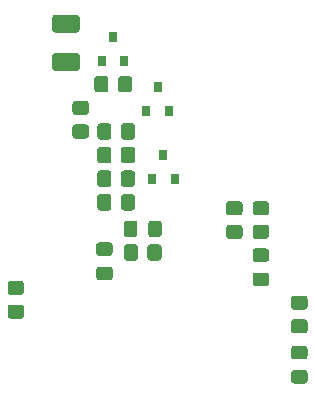
<source format=gtp>
G04 #@! TF.GenerationSoftware,KiCad,Pcbnew,(5.1.6)-1*
G04 #@! TF.CreationDate,2021-05-04T19:37:33+03:00*
G04 #@! TF.ProjectId,APC,4150432e-6b69-4636-9164-5f7063625858,rev?*
G04 #@! TF.SameCoordinates,Original*
G04 #@! TF.FileFunction,Paste,Top*
G04 #@! TF.FilePolarity,Positive*
%FSLAX46Y46*%
G04 Gerber Fmt 4.6, Leading zero omitted, Abs format (unit mm)*
G04 Created by KiCad (PCBNEW (5.1.6)-1) date 2021-05-04 19:37:33*
%MOMM*%
%LPD*%
G01*
G04 APERTURE LIST*
%ADD10R,0.800000X0.900000*%
G04 APERTURE END LIST*
G36*
G01*
X136700001Y-95550000D02*
X135799999Y-95550000D01*
G75*
G02*
X135550000Y-95300001I0J249999D01*
G01*
X135550000Y-94649999D01*
G75*
G02*
X135799999Y-94400000I249999J0D01*
G01*
X136700001Y-94400000D01*
G75*
G02*
X136950000Y-94649999I0J-249999D01*
G01*
X136950000Y-95300001D01*
G75*
G02*
X136700001Y-95550000I-249999J0D01*
G01*
G37*
G36*
G01*
X136700001Y-97600000D02*
X135799999Y-97600000D01*
G75*
G02*
X135550000Y-97350001I0J249999D01*
G01*
X135550000Y-96699999D01*
G75*
G02*
X135799999Y-96450000I249999J0D01*
G01*
X136700001Y-96450000D01*
G75*
G02*
X136950000Y-96699999I0J-249999D01*
G01*
X136950000Y-97350001D01*
G75*
G02*
X136700001Y-97600000I-249999J0D01*
G01*
G37*
G36*
G01*
X133450001Y-87300000D02*
X132549999Y-87300000D01*
G75*
G02*
X132300000Y-87050001I0J249999D01*
G01*
X132300000Y-86399999D01*
G75*
G02*
X132549999Y-86150000I249999J0D01*
G01*
X133450001Y-86150000D01*
G75*
G02*
X133700000Y-86399999I0J-249999D01*
G01*
X133700000Y-87050001D01*
G75*
G02*
X133450001Y-87300000I-249999J0D01*
G01*
G37*
G36*
G01*
X133450001Y-89350000D02*
X132549999Y-89350000D01*
G75*
G02*
X132300000Y-89100001I0J249999D01*
G01*
X132300000Y-88449999D01*
G75*
G02*
X132549999Y-88200000I249999J0D01*
G01*
X133450001Y-88200000D01*
G75*
G02*
X133700000Y-88449999I0J-249999D01*
G01*
X133700000Y-89100001D01*
G75*
G02*
X133450001Y-89350000I-249999J0D01*
G01*
G37*
G36*
G01*
X119299999Y-87700000D02*
X120200001Y-87700000D01*
G75*
G02*
X120450000Y-87949999I0J-249999D01*
G01*
X120450000Y-88600001D01*
G75*
G02*
X120200001Y-88850000I-249999J0D01*
G01*
X119299999Y-88850000D01*
G75*
G02*
X119050000Y-88600001I0J249999D01*
G01*
X119050000Y-87949999D01*
G75*
G02*
X119299999Y-87700000I249999J0D01*
G01*
G37*
G36*
G01*
X119299999Y-85650000D02*
X120200001Y-85650000D01*
G75*
G02*
X120450000Y-85899999I0J-249999D01*
G01*
X120450000Y-86550001D01*
G75*
G02*
X120200001Y-86800000I-249999J0D01*
G01*
X119299999Y-86800000D01*
G75*
G02*
X119050000Y-86550001I0J249999D01*
G01*
X119050000Y-85899999D01*
G75*
G02*
X119299999Y-85650000I249999J0D01*
G01*
G37*
G36*
G01*
X122550000Y-84049999D02*
X122550000Y-84950001D01*
G75*
G02*
X122300001Y-85200000I-249999J0D01*
G01*
X121649999Y-85200000D01*
G75*
G02*
X121400000Y-84950001I0J249999D01*
G01*
X121400000Y-84049999D01*
G75*
G02*
X121649999Y-83800000I249999J0D01*
G01*
X122300001Y-83800000D01*
G75*
G02*
X122550000Y-84049999I0J-249999D01*
G01*
G37*
G36*
G01*
X124600000Y-84049999D02*
X124600000Y-84950001D01*
G75*
G02*
X124350001Y-85200000I-249999J0D01*
G01*
X123699999Y-85200000D01*
G75*
G02*
X123450000Y-84950001I0J249999D01*
G01*
X123450000Y-84049999D01*
G75*
G02*
X123699999Y-83800000I249999J0D01*
G01*
X124350001Y-83800000D01*
G75*
G02*
X124600000Y-84049999I0J-249999D01*
G01*
G37*
G36*
G01*
X111799999Y-90900000D02*
X112700001Y-90900000D01*
G75*
G02*
X112950000Y-91149999I0J-249999D01*
G01*
X112950000Y-91850001D01*
G75*
G02*
X112700001Y-92100000I-249999J0D01*
G01*
X111799999Y-92100000D01*
G75*
G02*
X111550000Y-91850001I0J249999D01*
G01*
X111550000Y-91149999D01*
G75*
G02*
X111799999Y-90900000I249999J0D01*
G01*
G37*
G36*
G01*
X111799999Y-88900000D02*
X112700001Y-88900000D01*
G75*
G02*
X112950000Y-89149999I0J-249999D01*
G01*
X112950000Y-89850001D01*
G75*
G02*
X112700001Y-90100000I-249999J0D01*
G01*
X111799999Y-90100000D01*
G75*
G02*
X111550000Y-89850001I0J249999D01*
G01*
X111550000Y-89149999D01*
G75*
G02*
X111799999Y-88900000I249999J0D01*
G01*
G37*
G36*
G01*
X131200001Y-83350000D02*
X130299999Y-83350000D01*
G75*
G02*
X130050000Y-83100001I0J249999D01*
G01*
X130050000Y-82399999D01*
G75*
G02*
X130299999Y-82150000I249999J0D01*
G01*
X131200001Y-82150000D01*
G75*
G02*
X131450000Y-82399999I0J-249999D01*
G01*
X131450000Y-83100001D01*
G75*
G02*
X131200001Y-83350000I-249999J0D01*
G01*
G37*
G36*
G01*
X131200001Y-85350000D02*
X130299999Y-85350000D01*
G75*
G02*
X130050000Y-85100001I0J249999D01*
G01*
X130050000Y-84399999D01*
G75*
G02*
X130299999Y-84150000I249999J0D01*
G01*
X131200001Y-84150000D01*
G75*
G02*
X131450000Y-84399999I0J-249999D01*
G01*
X131450000Y-85100001D01*
G75*
G02*
X131200001Y-85350000I-249999J0D01*
G01*
G37*
G36*
G01*
X136700001Y-91350000D02*
X135799999Y-91350000D01*
G75*
G02*
X135550000Y-91100001I0J249999D01*
G01*
X135550000Y-90399999D01*
G75*
G02*
X135799999Y-90150000I249999J0D01*
G01*
X136700001Y-90150000D01*
G75*
G02*
X136950000Y-90399999I0J-249999D01*
G01*
X136950000Y-91100001D01*
G75*
G02*
X136700001Y-91350000I-249999J0D01*
G01*
G37*
G36*
G01*
X136700001Y-93350000D02*
X135799999Y-93350000D01*
G75*
G02*
X135550000Y-93100001I0J249999D01*
G01*
X135550000Y-92399999D01*
G75*
G02*
X135799999Y-92150000I249999J0D01*
G01*
X136700001Y-92150000D01*
G75*
G02*
X136950000Y-92399999I0J-249999D01*
G01*
X136950000Y-93100001D01*
G75*
G02*
X136700001Y-93350000I-249999J0D01*
G01*
G37*
G36*
G01*
X133450001Y-83350000D02*
X132549999Y-83350000D01*
G75*
G02*
X132300000Y-83100001I0J249999D01*
G01*
X132300000Y-82399999D01*
G75*
G02*
X132549999Y-82150000I249999J0D01*
G01*
X133450001Y-82150000D01*
G75*
G02*
X133700000Y-82399999I0J-249999D01*
G01*
X133700000Y-83100001D01*
G75*
G02*
X133450001Y-83350000I-249999J0D01*
G01*
G37*
G36*
G01*
X133450001Y-85350000D02*
X132549999Y-85350000D01*
G75*
G02*
X132300000Y-85100001I0J249999D01*
G01*
X132300000Y-84399999D01*
G75*
G02*
X132549999Y-84150000I249999J0D01*
G01*
X133450001Y-84150000D01*
G75*
G02*
X133700000Y-84399999I0J-249999D01*
G01*
X133700000Y-85100001D01*
G75*
G02*
X133450001Y-85350000I-249999J0D01*
G01*
G37*
G36*
G01*
X121150000Y-80700001D02*
X121150000Y-79799999D01*
G75*
G02*
X121399999Y-79550000I249999J0D01*
G01*
X122100001Y-79550000D01*
G75*
G02*
X122350000Y-79799999I0J-249999D01*
G01*
X122350000Y-80700001D01*
G75*
G02*
X122100001Y-80950000I-249999J0D01*
G01*
X121399999Y-80950000D01*
G75*
G02*
X121150000Y-80700001I0J249999D01*
G01*
G37*
G36*
G01*
X119150000Y-80700001D02*
X119150000Y-79799999D01*
G75*
G02*
X119399999Y-79550000I249999J0D01*
G01*
X120100001Y-79550000D01*
G75*
G02*
X120350000Y-79799999I0J-249999D01*
G01*
X120350000Y-80700001D01*
G75*
G02*
X120100001Y-80950000I-249999J0D01*
G01*
X119399999Y-80950000D01*
G75*
G02*
X119150000Y-80700001I0J249999D01*
G01*
G37*
G36*
G01*
X120100000Y-71799999D02*
X120100000Y-72700001D01*
G75*
G02*
X119850001Y-72950000I-249999J0D01*
G01*
X119149999Y-72950000D01*
G75*
G02*
X118900000Y-72700001I0J249999D01*
G01*
X118900000Y-71799999D01*
G75*
G02*
X119149999Y-71550000I249999J0D01*
G01*
X119850001Y-71550000D01*
G75*
G02*
X120100000Y-71799999I0J-249999D01*
G01*
G37*
G36*
G01*
X122100000Y-71799999D02*
X122100000Y-72700001D01*
G75*
G02*
X121850001Y-72950000I-249999J0D01*
G01*
X121149999Y-72950000D01*
G75*
G02*
X120900000Y-72700001I0J249999D01*
G01*
X120900000Y-71799999D01*
G75*
G02*
X121149999Y-71550000I249999J0D01*
G01*
X121850001Y-71550000D01*
G75*
G02*
X122100000Y-71799999I0J-249999D01*
G01*
G37*
G36*
G01*
X120350000Y-81799999D02*
X120350000Y-82700001D01*
G75*
G02*
X120100001Y-82950000I-249999J0D01*
G01*
X119399999Y-82950000D01*
G75*
G02*
X119150000Y-82700001I0J249999D01*
G01*
X119150000Y-81799999D01*
G75*
G02*
X119399999Y-81550000I249999J0D01*
G01*
X120100001Y-81550000D01*
G75*
G02*
X120350000Y-81799999I0J-249999D01*
G01*
G37*
G36*
G01*
X122350000Y-81799999D02*
X122350000Y-82700001D01*
G75*
G02*
X122100001Y-82950000I-249999J0D01*
G01*
X121399999Y-82950000D01*
G75*
G02*
X121150000Y-82700001I0J249999D01*
G01*
X121150000Y-81799999D01*
G75*
G02*
X121399999Y-81550000I249999J0D01*
G01*
X122100001Y-81550000D01*
G75*
G02*
X122350000Y-81799999I0J-249999D01*
G01*
G37*
G36*
G01*
X117299999Y-75650000D02*
X118200001Y-75650000D01*
G75*
G02*
X118450000Y-75899999I0J-249999D01*
G01*
X118450000Y-76600001D01*
G75*
G02*
X118200001Y-76850000I-249999J0D01*
G01*
X117299999Y-76850000D01*
G75*
G02*
X117050000Y-76600001I0J249999D01*
G01*
X117050000Y-75899999D01*
G75*
G02*
X117299999Y-75650000I249999J0D01*
G01*
G37*
G36*
G01*
X117299999Y-73650000D02*
X118200001Y-73650000D01*
G75*
G02*
X118450000Y-73899999I0J-249999D01*
G01*
X118450000Y-74600001D01*
G75*
G02*
X118200001Y-74850000I-249999J0D01*
G01*
X117299999Y-74850000D01*
G75*
G02*
X117050000Y-74600001I0J249999D01*
G01*
X117050000Y-73899999D01*
G75*
G02*
X117299999Y-73650000I249999J0D01*
G01*
G37*
G36*
G01*
X121150000Y-76700001D02*
X121150000Y-75799999D01*
G75*
G02*
X121399999Y-75550000I249999J0D01*
G01*
X122100001Y-75550000D01*
G75*
G02*
X122350000Y-75799999I0J-249999D01*
G01*
X122350000Y-76700001D01*
G75*
G02*
X122100001Y-76950000I-249999J0D01*
G01*
X121399999Y-76950000D01*
G75*
G02*
X121150000Y-76700001I0J249999D01*
G01*
G37*
G36*
G01*
X119150000Y-76700001D02*
X119150000Y-75799999D01*
G75*
G02*
X119399999Y-75550000I249999J0D01*
G01*
X120100001Y-75550000D01*
G75*
G02*
X120350000Y-75799999I0J-249999D01*
G01*
X120350000Y-76700001D01*
G75*
G02*
X120100001Y-76950000I-249999J0D01*
G01*
X119399999Y-76950000D01*
G75*
G02*
X119150000Y-76700001I0J249999D01*
G01*
G37*
G36*
G01*
X120350000Y-77799999D02*
X120350000Y-78700001D01*
G75*
G02*
X120100001Y-78950000I-249999J0D01*
G01*
X119399999Y-78950000D01*
G75*
G02*
X119150000Y-78700001I0J249999D01*
G01*
X119150000Y-77799999D01*
G75*
G02*
X119399999Y-77550000I249999J0D01*
G01*
X120100001Y-77550000D01*
G75*
G02*
X120350000Y-77799999I0J-249999D01*
G01*
G37*
G36*
G01*
X122350000Y-77799999D02*
X122350000Y-78700001D01*
G75*
G02*
X122100001Y-78950000I-249999J0D01*
G01*
X121399999Y-78950000D01*
G75*
G02*
X121150000Y-78700001I0J249999D01*
G01*
X121150000Y-77799999D01*
G75*
G02*
X121399999Y-77550000I249999J0D01*
G01*
X122100001Y-77550000D01*
G75*
G02*
X122350000Y-77799999I0J-249999D01*
G01*
G37*
G36*
G01*
X123400000Y-86950001D02*
X123400000Y-86049999D01*
G75*
G02*
X123649999Y-85800000I249999J0D01*
G01*
X124350001Y-85800000D01*
G75*
G02*
X124600000Y-86049999I0J-249999D01*
G01*
X124600000Y-86950001D01*
G75*
G02*
X124350001Y-87200000I-249999J0D01*
G01*
X123649999Y-87200000D01*
G75*
G02*
X123400000Y-86950001I0J249999D01*
G01*
G37*
G36*
G01*
X121400000Y-86950001D02*
X121400000Y-86049999D01*
G75*
G02*
X121649999Y-85800000I249999J0D01*
G01*
X122350001Y-85800000D01*
G75*
G02*
X122600000Y-86049999I0J-249999D01*
G01*
X122600000Y-86950001D01*
G75*
G02*
X122350001Y-87200000I-249999J0D01*
G01*
X121649999Y-87200000D01*
G75*
G02*
X121400000Y-86950001I0J249999D01*
G01*
G37*
D10*
X124750000Y-78250000D03*
X125700000Y-80250000D03*
X123800000Y-80250000D03*
X120500000Y-68250000D03*
X121450000Y-70250000D03*
X119550000Y-70250000D03*
X124250000Y-72500000D03*
X125200000Y-74500000D03*
X123300000Y-74500000D03*
G36*
G01*
X115575000Y-69625000D02*
X117425000Y-69625000D01*
G75*
G02*
X117675000Y-69875000I0J-250000D01*
G01*
X117675000Y-70875000D01*
G75*
G02*
X117425000Y-71125000I-250000J0D01*
G01*
X115575000Y-71125000D01*
G75*
G02*
X115325000Y-70875000I0J250000D01*
G01*
X115325000Y-69875000D01*
G75*
G02*
X115575000Y-69625000I250000J0D01*
G01*
G37*
G36*
G01*
X115575000Y-66375000D02*
X117425000Y-66375000D01*
G75*
G02*
X117675000Y-66625000I0J-250000D01*
G01*
X117675000Y-67625000D01*
G75*
G02*
X117425000Y-67875000I-250000J0D01*
G01*
X115575000Y-67875000D01*
G75*
G02*
X115325000Y-67625000I0J250000D01*
G01*
X115325000Y-66625000D01*
G75*
G02*
X115575000Y-66375000I250000J0D01*
G01*
G37*
M02*

</source>
